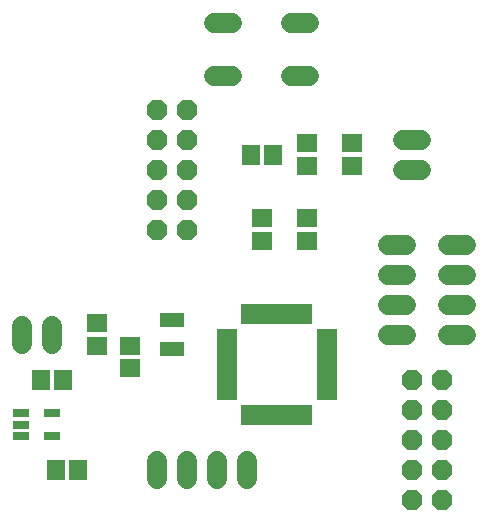
<source format=gbr>
G04 EAGLE Gerber RS-274X export*
G75*
%MOMM*%
%FSLAX34Y34*%
%LPD*%
%INSoldermask Top*%
%IPPOS*%
%AMOC8*
5,1,8,0,0,1.08239X$1,22.5*%
G01*
%ADD10R,1.703200X1.503200*%
%ADD11R,1.503200X1.703200*%
%ADD12R,1.403200X0.753200*%
%ADD13R,1.678200X0.503200*%
%ADD14R,0.503200X1.678200*%
%ADD15P,1.869504X8X112.500000*%
%ADD16C,1.727200*%
%ADD17P,1.869504X8X292.500000*%
%ADD18R,2.103200X1.303200*%


D10*
X660400Y568300D03*
X660400Y549300D03*
X688340Y549250D03*
X688340Y530250D03*
D11*
X612800Y520700D03*
X631800Y520700D03*
X625500Y444500D03*
X644500Y444500D03*
D10*
X838200Y638200D03*
X838200Y657200D03*
X876300Y701700D03*
X876300Y720700D03*
X800100Y638200D03*
X800100Y657200D03*
D12*
X596599Y492100D03*
X596599Y482600D03*
X596599Y473100D03*
X622601Y473100D03*
X622601Y492100D03*
D13*
X770420Y560900D03*
X770420Y555900D03*
X770420Y550900D03*
X770420Y545900D03*
X770420Y540900D03*
X770420Y535900D03*
X770420Y530900D03*
X770420Y525900D03*
X770420Y520900D03*
X770420Y515900D03*
X770420Y510900D03*
X770420Y505900D03*
D14*
X785300Y491020D03*
X790300Y491020D03*
X795300Y491020D03*
X800300Y491020D03*
X805300Y491020D03*
X810300Y491020D03*
X815300Y491020D03*
X820300Y491020D03*
X825300Y491020D03*
X830300Y491020D03*
X835300Y491020D03*
X840300Y491020D03*
D13*
X855180Y505900D03*
X855180Y510900D03*
X855180Y515900D03*
X855180Y520900D03*
X855180Y525900D03*
X855180Y530900D03*
X855180Y535900D03*
X855180Y540900D03*
X855180Y545900D03*
X855180Y550900D03*
X855180Y555900D03*
X855180Y560900D03*
D14*
X840300Y575780D03*
X835300Y575780D03*
X830300Y575780D03*
X825300Y575780D03*
X820300Y575780D03*
X815300Y575780D03*
X810300Y575780D03*
X805300Y575780D03*
X800300Y575780D03*
X795300Y575780D03*
X790300Y575780D03*
X785300Y575780D03*
D15*
X736600Y647700D03*
X711200Y647700D03*
X736600Y673100D03*
X711200Y673100D03*
X736600Y698500D03*
X711200Y698500D03*
X736600Y723900D03*
X711200Y723900D03*
X736600Y749300D03*
X711200Y749300D03*
D16*
X596900Y566420D02*
X596900Y551180D01*
X622300Y551180D02*
X622300Y566420D01*
X919480Y698500D02*
X934720Y698500D01*
X934720Y723900D02*
X919480Y723900D01*
X787400Y452120D02*
X787400Y436880D01*
X762000Y436880D02*
X762000Y452120D01*
X736600Y452120D02*
X736600Y436880D01*
X711200Y436880D02*
X711200Y452120D01*
X906780Y635000D02*
X922020Y635000D01*
X922020Y609600D02*
X906780Y609600D01*
X906780Y584200D02*
X922020Y584200D01*
X922020Y558800D02*
X906780Y558800D01*
X957580Y635000D02*
X972820Y635000D01*
X972820Y609600D02*
X957580Y609600D01*
X957580Y584200D02*
X972820Y584200D01*
X972820Y558800D02*
X957580Y558800D01*
D17*
X927100Y520700D03*
X952500Y520700D03*
X927100Y495300D03*
X952500Y495300D03*
X927100Y469900D03*
X952500Y469900D03*
X927100Y444500D03*
X952500Y444500D03*
X927100Y419100D03*
X952500Y419100D03*
D11*
X809600Y711200D03*
X790600Y711200D03*
D10*
X838200Y720700D03*
X838200Y701700D03*
D16*
X840232Y777494D02*
X824992Y777494D01*
X824992Y822706D02*
X840232Y822706D01*
X775208Y777494D02*
X759968Y777494D01*
X759968Y822706D02*
X775208Y822706D01*
D18*
X723900Y571300D03*
X723900Y546300D03*
M02*

</source>
